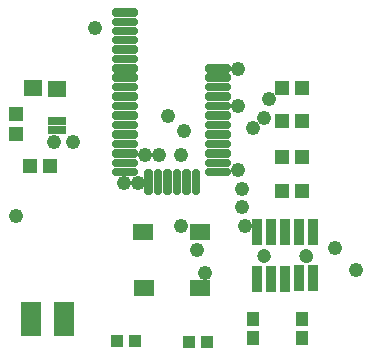
<source format=gts>
G75*
%MOIN*%
%OFA0B0*%
%FSLAX25Y25*%
%IPPOS*%
%LPD*%
%AMOC8*
5,1,8,0,0,1.08239X$1,22.5*
%
%ADD10R,0.04737X0.05131*%
%ADD11R,0.05131X0.04737*%
%ADD12R,0.07099X0.11430*%
%ADD13R,0.03950X0.03950*%
%ADD14R,0.01981X0.02847*%
%ADD15R,0.06902X0.05524*%
%ADD16R,0.03300X0.08800*%
%ADD17C,0.00000*%
%ADD18C,0.04737*%
%ADD19C,0.01938*%
%ADD20R,0.04343X0.04540*%
%ADD21R,0.05918X0.05800*%
%ADD22C,0.04800*%
D10*
X0036459Y0107430D03*
X0036459Y0114123D03*
D11*
X0041144Y0096957D03*
X0047837Y0096957D03*
X0125121Y0100028D03*
X0131814Y0100028D03*
X0131814Y0088454D03*
X0125121Y0088454D03*
X0125121Y0111997D03*
X0131814Y0111997D03*
X0131814Y0122784D03*
X0125121Y0122784D03*
D12*
X0041459Y0045855D03*
X0052483Y0045855D03*
D13*
X0070121Y0038414D03*
X0076026Y0038414D03*
X0094255Y0038335D03*
X0100160Y0038335D03*
D14*
X0052168Y0108808D03*
X0050199Y0108808D03*
X0048231Y0108808D03*
X0048231Y0111761D03*
X0050199Y0111761D03*
X0052168Y0111761D03*
D15*
X0078743Y0075028D03*
X0097640Y0075028D03*
X0097640Y0056131D03*
X0079136Y0056131D03*
D16*
X0116656Y0059241D03*
X0121381Y0059241D03*
X0126105Y0059241D03*
X0130829Y0059438D03*
X0135554Y0059438D03*
X0135554Y0074792D03*
X0130829Y0074792D03*
X0126105Y0074792D03*
X0121381Y0074792D03*
X0116853Y0074792D03*
D17*
X0117049Y0066918D02*
X0117051Y0067006D01*
X0117057Y0067094D01*
X0117067Y0067182D01*
X0117081Y0067270D01*
X0117098Y0067356D01*
X0117120Y0067442D01*
X0117145Y0067526D01*
X0117175Y0067610D01*
X0117207Y0067692D01*
X0117244Y0067772D01*
X0117284Y0067851D01*
X0117328Y0067928D01*
X0117375Y0068003D01*
X0117425Y0068075D01*
X0117479Y0068146D01*
X0117535Y0068213D01*
X0117595Y0068279D01*
X0117657Y0068341D01*
X0117723Y0068401D01*
X0117790Y0068457D01*
X0117861Y0068511D01*
X0117933Y0068561D01*
X0118008Y0068608D01*
X0118085Y0068652D01*
X0118164Y0068692D01*
X0118244Y0068729D01*
X0118326Y0068761D01*
X0118410Y0068791D01*
X0118494Y0068816D01*
X0118580Y0068838D01*
X0118666Y0068855D01*
X0118754Y0068869D01*
X0118842Y0068879D01*
X0118930Y0068885D01*
X0119018Y0068887D01*
X0119106Y0068885D01*
X0119194Y0068879D01*
X0119282Y0068869D01*
X0119370Y0068855D01*
X0119456Y0068838D01*
X0119542Y0068816D01*
X0119626Y0068791D01*
X0119710Y0068761D01*
X0119792Y0068729D01*
X0119872Y0068692D01*
X0119951Y0068652D01*
X0120028Y0068608D01*
X0120103Y0068561D01*
X0120175Y0068511D01*
X0120246Y0068457D01*
X0120313Y0068401D01*
X0120379Y0068341D01*
X0120441Y0068279D01*
X0120501Y0068213D01*
X0120557Y0068146D01*
X0120611Y0068075D01*
X0120661Y0068003D01*
X0120708Y0067928D01*
X0120752Y0067851D01*
X0120792Y0067772D01*
X0120829Y0067692D01*
X0120861Y0067610D01*
X0120891Y0067526D01*
X0120916Y0067442D01*
X0120938Y0067356D01*
X0120955Y0067270D01*
X0120969Y0067182D01*
X0120979Y0067094D01*
X0120985Y0067006D01*
X0120987Y0066918D01*
X0120985Y0066830D01*
X0120979Y0066742D01*
X0120969Y0066654D01*
X0120955Y0066566D01*
X0120938Y0066480D01*
X0120916Y0066394D01*
X0120891Y0066310D01*
X0120861Y0066226D01*
X0120829Y0066144D01*
X0120792Y0066064D01*
X0120752Y0065985D01*
X0120708Y0065908D01*
X0120661Y0065833D01*
X0120611Y0065761D01*
X0120557Y0065690D01*
X0120501Y0065623D01*
X0120441Y0065557D01*
X0120379Y0065495D01*
X0120313Y0065435D01*
X0120246Y0065379D01*
X0120175Y0065325D01*
X0120103Y0065275D01*
X0120028Y0065228D01*
X0119951Y0065184D01*
X0119872Y0065144D01*
X0119792Y0065107D01*
X0119710Y0065075D01*
X0119626Y0065045D01*
X0119542Y0065020D01*
X0119456Y0064998D01*
X0119370Y0064981D01*
X0119282Y0064967D01*
X0119194Y0064957D01*
X0119106Y0064951D01*
X0119018Y0064949D01*
X0118930Y0064951D01*
X0118842Y0064957D01*
X0118754Y0064967D01*
X0118666Y0064981D01*
X0118580Y0064998D01*
X0118494Y0065020D01*
X0118410Y0065045D01*
X0118326Y0065075D01*
X0118244Y0065107D01*
X0118164Y0065144D01*
X0118085Y0065184D01*
X0118008Y0065228D01*
X0117933Y0065275D01*
X0117861Y0065325D01*
X0117790Y0065379D01*
X0117723Y0065435D01*
X0117657Y0065495D01*
X0117595Y0065557D01*
X0117535Y0065623D01*
X0117479Y0065690D01*
X0117425Y0065761D01*
X0117375Y0065833D01*
X0117328Y0065908D01*
X0117284Y0065985D01*
X0117244Y0066064D01*
X0117207Y0066144D01*
X0117175Y0066226D01*
X0117145Y0066310D01*
X0117120Y0066394D01*
X0117098Y0066480D01*
X0117081Y0066566D01*
X0117067Y0066654D01*
X0117057Y0066742D01*
X0117051Y0066830D01*
X0117049Y0066918D01*
X0131223Y0066918D02*
X0131225Y0067006D01*
X0131231Y0067094D01*
X0131241Y0067182D01*
X0131255Y0067270D01*
X0131272Y0067356D01*
X0131294Y0067442D01*
X0131319Y0067526D01*
X0131349Y0067610D01*
X0131381Y0067692D01*
X0131418Y0067772D01*
X0131458Y0067851D01*
X0131502Y0067928D01*
X0131549Y0068003D01*
X0131599Y0068075D01*
X0131653Y0068146D01*
X0131709Y0068213D01*
X0131769Y0068279D01*
X0131831Y0068341D01*
X0131897Y0068401D01*
X0131964Y0068457D01*
X0132035Y0068511D01*
X0132107Y0068561D01*
X0132182Y0068608D01*
X0132259Y0068652D01*
X0132338Y0068692D01*
X0132418Y0068729D01*
X0132500Y0068761D01*
X0132584Y0068791D01*
X0132668Y0068816D01*
X0132754Y0068838D01*
X0132840Y0068855D01*
X0132928Y0068869D01*
X0133016Y0068879D01*
X0133104Y0068885D01*
X0133192Y0068887D01*
X0133280Y0068885D01*
X0133368Y0068879D01*
X0133456Y0068869D01*
X0133544Y0068855D01*
X0133630Y0068838D01*
X0133716Y0068816D01*
X0133800Y0068791D01*
X0133884Y0068761D01*
X0133966Y0068729D01*
X0134046Y0068692D01*
X0134125Y0068652D01*
X0134202Y0068608D01*
X0134277Y0068561D01*
X0134349Y0068511D01*
X0134420Y0068457D01*
X0134487Y0068401D01*
X0134553Y0068341D01*
X0134615Y0068279D01*
X0134675Y0068213D01*
X0134731Y0068146D01*
X0134785Y0068075D01*
X0134835Y0068003D01*
X0134882Y0067928D01*
X0134926Y0067851D01*
X0134966Y0067772D01*
X0135003Y0067692D01*
X0135035Y0067610D01*
X0135065Y0067526D01*
X0135090Y0067442D01*
X0135112Y0067356D01*
X0135129Y0067270D01*
X0135143Y0067182D01*
X0135153Y0067094D01*
X0135159Y0067006D01*
X0135161Y0066918D01*
X0135159Y0066830D01*
X0135153Y0066742D01*
X0135143Y0066654D01*
X0135129Y0066566D01*
X0135112Y0066480D01*
X0135090Y0066394D01*
X0135065Y0066310D01*
X0135035Y0066226D01*
X0135003Y0066144D01*
X0134966Y0066064D01*
X0134926Y0065985D01*
X0134882Y0065908D01*
X0134835Y0065833D01*
X0134785Y0065761D01*
X0134731Y0065690D01*
X0134675Y0065623D01*
X0134615Y0065557D01*
X0134553Y0065495D01*
X0134487Y0065435D01*
X0134420Y0065379D01*
X0134349Y0065325D01*
X0134277Y0065275D01*
X0134202Y0065228D01*
X0134125Y0065184D01*
X0134046Y0065144D01*
X0133966Y0065107D01*
X0133884Y0065075D01*
X0133800Y0065045D01*
X0133716Y0065020D01*
X0133630Y0064998D01*
X0133544Y0064981D01*
X0133456Y0064967D01*
X0133368Y0064957D01*
X0133280Y0064951D01*
X0133192Y0064949D01*
X0133104Y0064951D01*
X0133016Y0064957D01*
X0132928Y0064967D01*
X0132840Y0064981D01*
X0132754Y0064998D01*
X0132668Y0065020D01*
X0132584Y0065045D01*
X0132500Y0065075D01*
X0132418Y0065107D01*
X0132338Y0065144D01*
X0132259Y0065184D01*
X0132182Y0065228D01*
X0132107Y0065275D01*
X0132035Y0065325D01*
X0131964Y0065379D01*
X0131897Y0065435D01*
X0131831Y0065495D01*
X0131769Y0065557D01*
X0131709Y0065623D01*
X0131653Y0065690D01*
X0131599Y0065761D01*
X0131549Y0065833D01*
X0131502Y0065908D01*
X0131458Y0065985D01*
X0131418Y0066064D01*
X0131381Y0066144D01*
X0131349Y0066226D01*
X0131319Y0066310D01*
X0131294Y0066394D01*
X0131272Y0066480D01*
X0131255Y0066566D01*
X0131241Y0066654D01*
X0131231Y0066742D01*
X0131225Y0066830D01*
X0131223Y0066918D01*
D18*
X0133192Y0066918D03*
X0119018Y0066918D03*
D19*
X0096835Y0088275D02*
X0096835Y0095011D01*
X0096835Y0088275D02*
X0096005Y0088275D01*
X0096005Y0095011D01*
X0096835Y0095011D01*
X0096835Y0090212D02*
X0096005Y0090212D01*
X0096005Y0092149D02*
X0096835Y0092149D01*
X0096835Y0094086D02*
X0096005Y0094086D01*
X0093685Y0095011D02*
X0093685Y0088275D01*
X0092855Y0088275D01*
X0092855Y0095011D01*
X0093685Y0095011D01*
X0093685Y0090212D02*
X0092855Y0090212D01*
X0092855Y0092149D02*
X0093685Y0092149D01*
X0093685Y0094086D02*
X0092855Y0094086D01*
X0090536Y0095011D02*
X0090536Y0088275D01*
X0089706Y0088275D01*
X0089706Y0095011D01*
X0090536Y0095011D01*
X0090536Y0090212D02*
X0089706Y0090212D01*
X0089706Y0092149D02*
X0090536Y0092149D01*
X0090536Y0094086D02*
X0089706Y0094086D01*
X0087386Y0095011D02*
X0087386Y0088275D01*
X0086556Y0088275D01*
X0086556Y0095011D01*
X0087386Y0095011D01*
X0087386Y0090212D02*
X0086556Y0090212D01*
X0086556Y0092149D02*
X0087386Y0092149D01*
X0087386Y0094086D02*
X0086556Y0094086D01*
X0084237Y0095011D02*
X0084237Y0088275D01*
X0083407Y0088275D01*
X0083407Y0095011D01*
X0084237Y0095011D01*
X0084237Y0090212D02*
X0083407Y0090212D01*
X0083407Y0092149D02*
X0084237Y0092149D01*
X0084237Y0094086D02*
X0083407Y0094086D01*
X0081087Y0095011D02*
X0081087Y0088275D01*
X0080257Y0088275D01*
X0080257Y0095011D01*
X0081087Y0095011D01*
X0081087Y0090212D02*
X0080257Y0090212D01*
X0080257Y0092149D02*
X0081087Y0092149D01*
X0081087Y0094086D02*
X0080257Y0094086D01*
X0076166Y0094377D02*
X0069430Y0094377D01*
X0069430Y0095207D01*
X0076166Y0095207D01*
X0076166Y0094377D01*
X0076166Y0097527D02*
X0069430Y0097527D01*
X0069430Y0098357D01*
X0076166Y0098357D01*
X0076166Y0097527D01*
X0076166Y0100676D02*
X0069430Y0100676D01*
X0069430Y0101506D01*
X0076166Y0101506D01*
X0076166Y0100676D01*
X0076166Y0103826D02*
X0069430Y0103826D01*
X0069430Y0104656D01*
X0076166Y0104656D01*
X0076166Y0103826D01*
X0076166Y0106976D02*
X0069430Y0106976D01*
X0069430Y0107806D01*
X0076166Y0107806D01*
X0076166Y0106976D01*
X0076166Y0110125D02*
X0069430Y0110125D01*
X0069430Y0110955D01*
X0076166Y0110955D01*
X0076166Y0110125D01*
X0076166Y0113275D02*
X0069430Y0113275D01*
X0069430Y0114105D01*
X0076166Y0114105D01*
X0076166Y0113275D01*
X0076166Y0116424D02*
X0069430Y0116424D01*
X0069430Y0117254D01*
X0076166Y0117254D01*
X0076166Y0116424D01*
X0076166Y0119574D02*
X0069430Y0119574D01*
X0069430Y0120404D01*
X0076166Y0120404D01*
X0076166Y0119574D01*
X0076166Y0122724D02*
X0069430Y0122724D01*
X0069430Y0123554D01*
X0076166Y0123554D01*
X0076166Y0122724D01*
X0076166Y0125873D02*
X0069430Y0125873D01*
X0069430Y0126703D01*
X0076166Y0126703D01*
X0076166Y0125873D01*
X0076166Y0129023D02*
X0069430Y0129023D01*
X0069430Y0129853D01*
X0076166Y0129853D01*
X0076166Y0129023D01*
X0076166Y0132172D02*
X0069430Y0132172D01*
X0069430Y0133002D01*
X0076166Y0133002D01*
X0076166Y0132172D01*
X0076166Y0135322D02*
X0069430Y0135322D01*
X0069430Y0136152D01*
X0076166Y0136152D01*
X0076166Y0135322D01*
X0076166Y0138472D02*
X0069430Y0138472D01*
X0069430Y0139302D01*
X0076166Y0139302D01*
X0076166Y0138472D01*
X0076166Y0141503D02*
X0069430Y0141503D01*
X0069430Y0142333D01*
X0076166Y0142333D01*
X0076166Y0141503D01*
X0076166Y0144535D02*
X0069430Y0144535D01*
X0069430Y0145365D01*
X0076166Y0145365D01*
X0076166Y0144535D01*
X0076166Y0147566D02*
X0069430Y0147566D01*
X0069430Y0148396D01*
X0076166Y0148396D01*
X0076166Y0147566D01*
X0100532Y0129023D02*
X0107268Y0129023D01*
X0100532Y0129023D02*
X0100532Y0129853D01*
X0107268Y0129853D01*
X0107268Y0129023D01*
X0107268Y0125873D02*
X0100532Y0125873D01*
X0100532Y0126703D01*
X0107268Y0126703D01*
X0107268Y0125873D01*
X0107268Y0122724D02*
X0100532Y0122724D01*
X0100532Y0123554D01*
X0107268Y0123554D01*
X0107268Y0122724D01*
X0107268Y0119574D02*
X0100532Y0119574D01*
X0100532Y0120404D01*
X0107268Y0120404D01*
X0107268Y0119574D01*
X0107268Y0116424D02*
X0100532Y0116424D01*
X0100532Y0117254D01*
X0107268Y0117254D01*
X0107268Y0116424D01*
X0107268Y0113275D02*
X0100532Y0113275D01*
X0100532Y0114105D01*
X0107268Y0114105D01*
X0107268Y0113275D01*
X0107268Y0110125D02*
X0100532Y0110125D01*
X0100532Y0110955D01*
X0107268Y0110955D01*
X0107268Y0110125D01*
X0107268Y0106976D02*
X0100532Y0106976D01*
X0100532Y0107806D01*
X0107268Y0107806D01*
X0107268Y0106976D01*
X0107268Y0103826D02*
X0100532Y0103826D01*
X0100532Y0104656D01*
X0107268Y0104656D01*
X0107268Y0103826D01*
X0107268Y0100676D02*
X0100532Y0100676D01*
X0100532Y0101506D01*
X0107268Y0101506D01*
X0107268Y0100676D01*
X0107268Y0097527D02*
X0100532Y0097527D01*
X0100532Y0098357D01*
X0107268Y0098357D01*
X0107268Y0097527D01*
X0107268Y0094377D02*
X0100532Y0094377D01*
X0100532Y0095207D01*
X0107268Y0095207D01*
X0107268Y0094377D01*
D20*
X0115593Y0045894D03*
X0115593Y0039595D03*
X0131735Y0039595D03*
X0131735Y0045894D03*
D21*
X0050160Y0122666D03*
X0041971Y0122706D03*
D22*
X0049097Y0104950D03*
X0055396Y0104950D03*
X0072325Y0091170D03*
X0077050Y0091170D03*
X0079412Y0100619D03*
X0084136Y0100619D03*
X0091617Y0100619D03*
X0092404Y0108493D03*
X0087286Y0113611D03*
X0110514Y0116761D03*
X0115633Y0109674D03*
X0119176Y0112824D03*
X0120751Y0119123D03*
X0110514Y0129359D03*
X0110514Y0095501D03*
X0111696Y0089202D03*
X0111696Y0083296D03*
X0112877Y0076997D03*
X0096735Y0068729D03*
X0099491Y0061249D03*
X0091617Y0076997D03*
X0142798Y0069517D03*
X0149885Y0062036D03*
X0062877Y0142942D03*
X0036499Y0080146D03*
M02*

</source>
